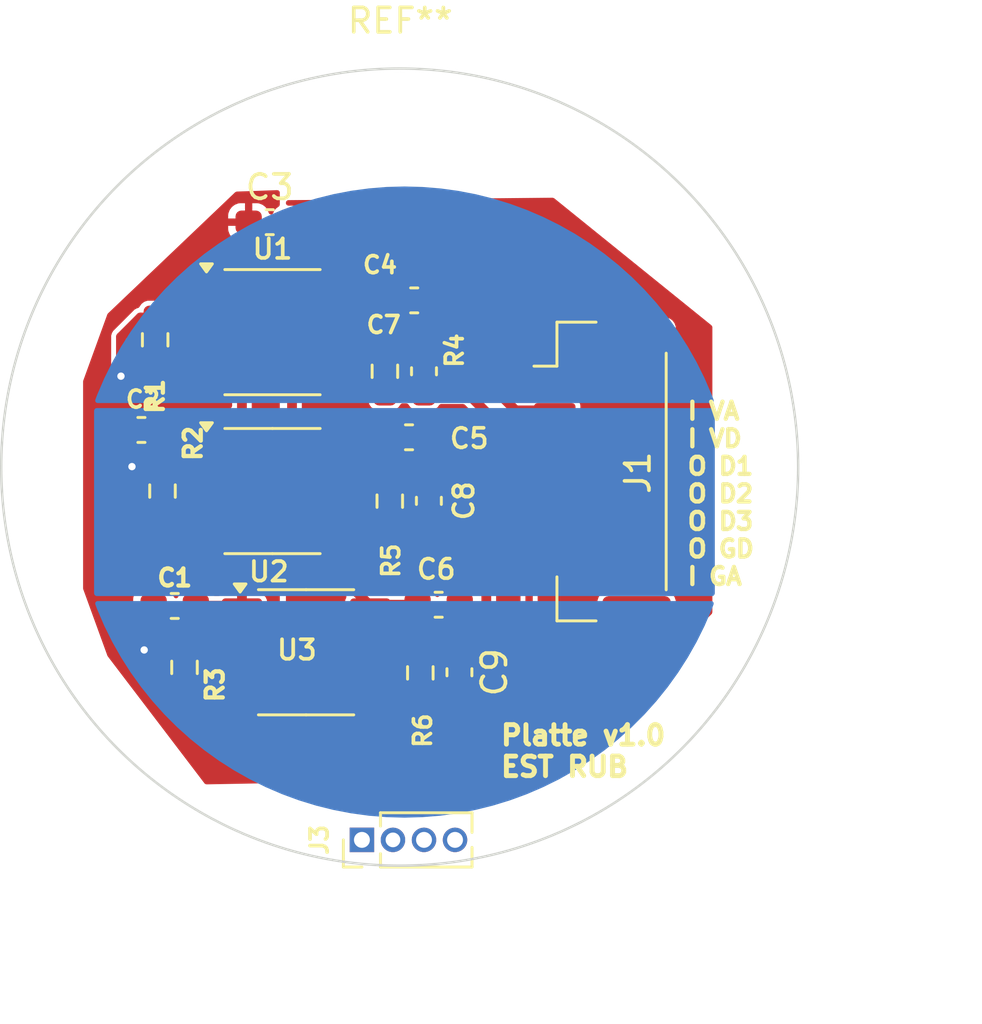
<source format=kicad_pcb>
(kicad_pcb (version 20240108) (generator "pcbnew") (generator_version "8.0")
  (layers (0 "F.Cu" signal) (31 "B.Cu" signal) (34 "B.Paste" user) (35 "F.Paste" user) (36 "B.SilkS" user "B.Silkscreen") (37 "F.SilkS" user "F.Silkscreen") (38 "B.Mask" user) (39 "F.Mask" user) (44 "Edge.Cuts" user))
  (net 0 "")
  (net 1 "GNDA")
  (net 2 "GNDD")
  (net 3 "/amp_data1")
  (net 4 "/amp_data2")
  (net 5 "/amp_data3")
  (net 6 "+3.3VA")
  (net 7 "+3.3VD")
  (net 16 "/analog_inp_1")
  (net 17 "/analog_inp_2")
  (net 18 "/analog_inp_3")
  (net 20 "/fil_da1")
  (net 21 "/fil_da2")
  (net 22 "/fil_da3")
  (footprint "Resistor_SMD:R_0603_1608Metric_Pad0.98x0.95mm_HandSolder" (layer "F.Cu") (at 89.4 76.7125 90)
    (property "Reference" "R3" (at -0.7125 1.25 90) (layer "F.SilkS") (effects (font (size 0.7 0.7) (thickness 0.175) (bold yes))))
    (property "Value" "12.5")
    (fp_line (start -0.254724 -0.5225) (end 0.254724 -0.5225) (stroke (width 0.12)) (layer "F.SilkS"))
    (fp_line (start -0.254724 0.5225) (end 0.254724 0.5225) (stroke (width 0.12)) (layer "F.SilkS"))
    (pad "1" smd roundrect (at -0.9125 0 90) (size 0.975 0.95) (layers "F.Cu" "F.Paste" "F.Mask") (net 1 "GNDA"))
    (pad "2" smd roundrect (at 0.9125 0 90) (size 0.975 0.95) (layers "F.Cu" "F.Paste" "F.Mask") (net 18 "/analog_inp_3"))
  )
  (footprint "Capacitor_SMD:C_0603_1608Metric_Pad1.08x0.95mm_HandSolder" (layer "F.Cu") (at 99.4 69.9 -90)
    (property "Reference" "C8" (at 0 -1.43 90) (layer "F.SilkS") (effects (font (size 0.8 0.8))))
    (property "Value" "10n")
    (fp_line (start -0.146267 0.51) (end 0.146267 0.51) (stroke (width 0.12)) (layer "F.SilkS"))
    (fp_line (start -0.146267 -0.51) (end 0.146267 -0.51) (stroke (width 0.12)) (layer "F.SilkS"))
    (pad "1" smd roundrect (at -0.8625 0 270) (size 1.075 0.95) (layers "F.Cu" "F.Paste" "F.Mask") (net 21 "/fil_da2"))
    (pad "2" smd roundrect (at 0.8625 0 270) (size 1.075 0.95) (layers "F.Cu" "F.Paste" "F.Mask") (net 2 "GNDD"))
  )
  (footprint "Capacitor_SMD:C_0603_1608Metric_Pad1.08x0.95mm_HandSolder" (layer "F.Cu") (at 100.65 76.9125 -90)
    (property "Reference" "C9" (at 0 -1.43 90) (layer "F.SilkS"))
    (property "Value" "10n")
    (fp_line (start -0.146267 0.51) (end 0.146267 0.51) (stroke (width 0.12)) (layer "F.SilkS"))
    (fp_line (start -0.146267 -0.51) (end 0.146267 -0.51) (stroke (width 0.12)) (layer "F.SilkS"))
    (pad "1" smd roundrect (at -0.8625 0 270) (size 1.075 0.95) (layers "F.Cu" "F.Paste" "F.Mask") (net 22 "/fil_da3"))
    (pad "2" smd roundrect (at 0.8625 0 270) (size 1.075 0.95) (layers "F.Cu" "F.Paste" "F.Mask") (net 2 "GNDD"))
  )
  (footprint "Capacitor_SMD:C_0603_1608Metric_Pad1.08x0.95mm_HandSolder" (layer "F.Cu") (at 99.2 64.6 90)
    (property "Reference" "C7" (at 1.9 -1.65 180) (layer "F.SilkS") (effects (font (size 0.7 0.7))))
    (property "Value" "10n")
    (fp_line (start -0.146267 -0.51) (end 0.146267 -0.51) (stroke (width 0.12)) (layer "F.SilkS"))
    (fp_line (start -0.146267 0.51) (end 0.146267 0.51) (stroke (width 0.12)) (layer "F.SilkS"))
    (pad "1" smd roundrect (at -0.8625 0 90) (size 1.075 0.95) (layers "F.Cu" "F.Paste" "F.Mask") (net 20 "/fil_da1"))
    (pad "2" smd roundrect (at 0.8625 0 90) (size 1.075 0.95) (layers "F.Cu" "F.Paste" "F.Mask") (net 2 "GNDD"))
  )
  (footprint "Resistor_SMD:R_0603_1608Metric_Pad0.98x0.95mm_HandSolder" (layer "F.Cu") (at 88.5 69.5 90)
    (property "Reference" "R2" (at 1.95 1.25 90) (layer "F.SilkS") (effects (font (size 0.7 0.7) (thickness 0.175) (bold yes))))
    (property "Value" "12.5")
    (fp_line (start -0.254724 -0.5225) (end 0.254724 -0.5225) (stroke (width 0.12)) (layer "F.SilkS"))
    (fp_line (start -0.254724 0.5225) (end 0.254724 0.5225) (stroke (width 0.12)) (layer "F.SilkS"))
    (pad "1" smd roundrect (at -0.9125 0 90) (size 0.975 0.95) (layers "F.Cu" "F.Paste" "F.Mask") (net 1 "GNDA"))
    (pad "2" smd roundrect (at 0.9125 0 90) (size 0.975 0.95) (layers "F.Cu" "F.Paste" "F.Mask") (net 17 "/analog_inp_2"))
  )
  (footprint "Package_SO:SOP-8_3.9x4.9mm_P1.27mm" (layer "F.Cu") (at 94.375 76.095)
    (property "Reference" "U3" (at -0.375 -0.095 0) (layer "F.SilkS") (effects (font (size 0.8 0.8))))
    (property "Value" "~")
    (fp_line (start 0 -2.56) (end -1.95 -2.56) (stroke (width 0.12)) (layer "F.SilkS"))
    (fp_line (start 0 -2.56) (end 1.95 -2.56) (stroke (width 0.12)) (layer "F.SilkS"))
    (fp_line (start 0 2.56) (end -1.95 2.56) (stroke (width 0.12)) (layer "F.SilkS"))
    (fp_line (start 0 2.56) (end 1.95 2.56) (stroke (width 0.12)) (layer "F.SilkS"))
    (fp_poly (pts (xy -2.7 -2.465) (xy -2.94 -2.795) (xy -2.46 -2.795) (xy -2.7 -2.465)) (stroke (width 0.12)) (fill solid) (layer "F.SilkS"))
    (pad "1" smd roundrect (at -2.625 -1.905) (size 1.65 0.6) (layers "F.Cu" "F.Paste" "F.Mask") (net 6 "+3.3VA"))
    (pad "2" smd roundrect (at -2.625 -0.635) (size 1.65 0.6) (layers "F.Cu" "F.Paste" "F.Mask") (net 18 "/analog_inp_3"))
    (pad "3" smd roundrect (at -2.625 0.635) (size 1.65 0.6) (layers "F.Cu" "F.Paste" "F.Mask") (net 1 "GNDA"))
    (pad "4" smd roundrect (at -2.625 1.905) (size 1.65 0.6) (layers "F.Cu" "F.Paste" "F.Mask") (net 1 "GNDA"))
    (pad "5" smd roundrect (at 2.625 1.905) (size 1.65 0.6) (layers "F.Cu" "F.Paste" "F.Mask") (net 2 "GNDD"))
    (pad "6" smd roundrect (at 2.625 0.635) (size 1.65 0.6) (layers "F.Cu" "F.Paste" "F.Mask") (net 5 "/amp_data3"))
    (pad "7" smd roundrect (at 2.625 -0.635) (size 1.65 0.6) (layers "F.Cu" "F.Paste" "F.Mask"))
    (pad "8" smd roundrect (at 2.625 -1.905) (size 1.65 0.6) (layers "F.Cu" "F.Paste" "F.Mask") (net 7 "+3.3VD"))
  )
  (footprint "Connector_JST:JST_GH_BM07B-GHS-TBT_1x07-1MP_P1.25mm_Vertical" (layer "F.Cu") (at 106.5 68.7 -90)
    (property "Reference" "J1" (at 0.05 -1.45 90) (layer "F.SilkS"))
    (property "Value" "Conn_01x07_MountingPin")
    (fp_line (start -6.11 1.86) (end -4.31 1.86) (stroke (width 0.12)) (layer "F.SilkS"))
    (fp_line (start -4.31 1.86) (end -4.31 2.8) (stroke (width 0.12)) (layer "F.SilkS"))
    (fp_line (start 6.11 1.86) (end 4.31 1.86) (stroke (width 0.12)) (layer "F.SilkS"))
    (fp_line (start -6.11 0.26) (end -6.11 1.86) (stroke (width 0.12)) (layer "F.SilkS"))
    (fp_line (start 6.11 0.26) (end 6.11 1.86) (stroke (width 0.12)) (layer "F.SilkS"))
    (fp_line (start -4.84 -2.61) (end 4.84 -2.61) (stroke (width 0.12)) (layer "F.SilkS"))
    (pad "1" smd roundrect (at -3.75 1.95 270) (size 0.6 1.7) (layers "F.Cu" "F.Paste" "F.Mask") (net 6 "+3.3VA"))
    (pad "2" smd roundrect (at -2.5 1.95 270) (size 0.6 1.7) (layers "F.Cu" "F.Paste" "F.Mask") (net 7 "+3.3VD"))
    (pad "3" smd roundrect (at -1.25 1.95 270) (size 0.6 1.7) (layers "F.Cu" "F.Paste" "F.Mask") (net 20 "/fil_da1"))
    (pad "4" smd roundrect (at 0 1.95 270) (size 0.6 1.7) (layers "F.Cu" "F.Paste" "F.Mask") (net 21 "/fil_da2"))
    (pad "5" smd roundrect (at 1.25 1.95 270) (size 0.6 1.7) (layers "F.Cu" "F.Paste" "F.Mask") (net 22 "/fil_da3"))
    (pad "6" smd roundrect (at 2.5 1.95 270) (size 0.6 1.7) (layers "F.Cu" "F.Paste" "F.Mask") (net 2 "GNDD"))
    (pad "7" smd roundrect (at 3.75 1.95 270) (size 0.6 1.7) (layers "F.Cu" "F.Paste" "F.Mask") (net 1 "GNDA"))
    (pad "MP" smd roundrect (at -5.6 -1.4 270) (size 1 2.8) (layers "F.Cu" "F.Paste" "F.Mask"))
    (pad "MP" smd roundrect (at 5.6 -1.4 270) (size 1 2.8) (layers "F.Cu" "F.Paste" "F.Mask"))
  )
  (footprint "Capacitor_SMD:C_0603_1608Metric_Pad1.08x0.95mm_HandSolder" (layer "F.Cu") (at 92.8875 58.5)
    (property "Reference" "C3" (at 0 -1.43 0) (layer "F.SilkS"))
    (property "Value" "0.1uF")
    (fp_line (start -0.146267 -0.51) (end 0.146267 -0.51) (stroke (width 0.12)) (layer "F.SilkS"))
    (fp_line (start -0.146267 0.51) (end 0.146267 0.51) (stroke (width 0.12)) (layer "F.SilkS"))
    (pad "1" smd roundrect (at -0.8625 0) (size 1.075 0.95) (layers "F.Cu" "F.Paste" "F.Mask") (net 1 "GNDA"))
    (pad "2" smd roundrect (at 0.8625 0) (size 1.075 0.95) (layers "F.Cu" "F.Paste" "F.Mask") (net 6 "+3.3VA"))
  )
  (footprint "Package_SO:SOP-8_3.9x4.9mm_P1.27mm" (layer "F.Cu") (at 93 69.5)
    (property "Reference" "U2" (at -0.15 3.3 0) (layer "F.SilkS") (effects (font (size 0.8 0.8))))
    (property "Value" "~")
    (fp_line (start 0 -2.56) (end -1.95 -2.56) (stroke (width 0.12)) (layer "F.SilkS"))
    (fp_line (start 0 -2.56) (end 1.95 -2.56) (stroke (width 0.12)) (layer "F.SilkS"))
    (fp_line (start 0 2.56) (end -1.95 2.56) (stroke (width 0.12)) (layer "F.SilkS"))
    (fp_line (start 0 2.56) (end 1.95 2.56) (stroke (width 0.12)) (layer "F.SilkS"))
    (fp_poly (pts (xy -2.7 -2.465) (xy -2.94 -2.795) (xy -2.46 -2.795) (xy -2.7 -2.465)) (stroke (width 0.12)) (fill solid) (layer "F.SilkS"))
    (pad "1" smd roundrect (at -2.625 -1.905) (size 1.65 0.6) (layers "F.Cu" "F.Paste" "F.Mask") (net 6 "+3.3VA"))
    (pad "2" smd roundrect (at -2.625 -0.635) (size 1.65 0.6) (layers "F.Cu" "F.Paste" "F.Mask") (net 17 "/analog_inp_2"))
    (pad "3" smd roundrect (at -2.625 0.635) (size 1.65 0.6) (layers "F.Cu" "F.Paste" "F.Mask") (net 1 "GNDA"))
    (pad "4" smd roundrect (at -2.625 1.905) (size 1.65 0.6) (layers "F.Cu" "F.Paste" "F.Mask") (net 1 "GNDA"))
    (pad "5" smd roundrect (at 2.625 1.905) (size 1.65 0.6) (layers "F.Cu" "F.Paste" "F.Mask") (net 2 "GNDD"))
    (pad "6" smd roundrect (at 2.625 0.635) (size 1.65 0.6) (layers "F.Cu" "F.Paste" "F.Mask") (net 4 "/amp_data2"))
    (pad "7" smd roundrect (at 2.625 -0.635) (size 1.65 0.6) (layers "F.Cu" "F.Paste" "F.Mask"))
    (pad "8" smd roundrect (at 2.625 -1.905) (size 1.65 0.6) (layers "F.Cu" "F.Paste" "F.Mask") (net 7 "+3.3VD"))
  )
  (footprint "Connector_PinHeader_1.27mm:PinHeader_1x04_P1.27mm_Vertical" (layer "F.Cu") (at 96.66 83.77 90)
    (property "Reference" "J3" (at 0 -1.74 90) (layer "F.SilkS") (effects (font (size 0.7 0.7))))
    (property "Value" "Conn_01x04_Socket")
    (fp_line (start -1.11 -0.76) (end 0 -0.76) (stroke (width 0.12)) (layer "F.SilkS"))
    (fp_line (start -1.11 0) (end -1.11 -0.76) (stroke (width 0.12)) (layer "F.SilkS"))
    (fp_line (start 1.11 0.76) (end 1.11 4.505) (stroke (width 0.12)) (layer "F.SilkS"))
    (fp_line (start 0.563471 0.76) (end 1.11 0.76) (stroke (width 0.12)) (layer "F.SilkS"))
    (fp_line (start -1.11 0.76) (end -0.563471 0.76) (stroke (width 0.12)) (layer "F.SilkS"))
    (fp_line (start -1.11 0.76) (end -1.11 4.505) (stroke (width 0.12)) (layer "F.SilkS"))
    (fp_line (start 0.30753 4.505) (end 1.11 4.505) (stroke (width 0.12)) (layer "F.SilkS"))
    (fp_line (start -1.11 4.505) (end -0.30753 4.505) (stroke (width 0.12)) (layer "F.SilkS"))
    (pad "1" thru_hole rect (at 0 0 90) (size 1 1) (drill 0.65) (layers "*.Cu" "*.Mask"))
    (pad "2" thru_hole oval (at 0 1.27 90) (size 1 1) (drill 0.6) (layers "*.Cu" "*.Mask"))
    (pad "3" thru_hole oval (at 0 2.54 90) (size 1 1) (drill 0.65) (layers "*.Cu" "*.Mask"))
    (pad "4" thru_hole oval (at 0 3.81 90) (size 1 1) (drill 0.65) (layers "*.Cu" "*.Mask"))
  )
  (footprint "Capacitor_SMD:C_0603_1608Metric_Pad1.08x0.95mm_HandSolder" (layer "F.Cu") (at 99.8 74.15 180)
    (property "Reference" "C6" (at 0.1 1.45 0) (layer "F.SilkS") (effects (font (size 0.8 0.8))))
    (property "Value" "0.1uF")
    (fp_line (start -0.146267 0.51) (end 0.146267 0.51) (stroke (width 0.12)) (layer "F.SilkS"))
    (fp_line (start -0.146267 -0.51) (end 0.146267 -0.51) (stroke (width 0.12)) (layer "F.SilkS"))
    (pad "1" smd roundrect (at -0.8625 0 180) (size 1.075 0.95) (layers "F.Cu" "F.Paste" "F.Mask") (net 2 "GNDD"))
    (pad "2" smd roundrect (at 0.8625 0 180) (size 1.075 0.95) (layers "F.Cu" "F.Paste" "F.Mask") (net 7 "+3.3VD"))
  )
  (footprint "MountingHole:MountingHole_3mm" (layer "F.Cu") (at 98.23 54.26)
    (property "Reference" "REF**" (at 0 -4 0) (layer "F.SilkS"))
    (property "Value" "MountingHole_3mm")
    (pad "" np_thru_hole circle (at 0 0) (size 3 3) (drill 3) (layers "*.Cu" "*.Mask"))
  )
  (footprint "Capacitor_SMD:C_0603_1608Metric_Pad1.08x0.95mm_HandSolder" (layer "F.Cu") (at 98.5875 67.3 180)
    (property "Reference" "C5" (at -2.4625 -0.05 0) (layer "F.SilkS") (effects (font (size 0.8 0.8))))
    (property "Value" "0.1uF")
    (fp_line (start -0.146267 0.51) (end 0.146267 0.51) (stroke (width 0.12)) (layer "F.SilkS"))
    (fp_line (start -0.146267 -0.51) (end 0.146267 -0.51) (stroke (width 0.12)) (layer "F.SilkS"))
    (pad "1" smd roundrect (at -0.8625 0 180) (size 1.075 0.95) (layers "F.Cu" "F.Paste" "F.Mask") (net 2 "GNDD"))
    (pad "2" smd roundrect (at 0.8625 0 180) (size 1.075 0.95) (layers "F.Cu" "F.Paste" "F.Mask") (net 7 "+3.3VD"))
  )
  (footprint "Package_SO:SOP-8_3.9x4.9mm_P1.27mm" (layer "F.Cu") (at 93 63)
    (property "Reference" "U1" (at 0 -3.4 0) (layer "F.SilkS") (effects (font (size 0.8 0.8))))
    (property "Value" "~")
    (fp_line (start 0 -2.56) (end -1.95 -2.56) (stroke (width 0.12)) (layer "F.SilkS"))
    (fp_line (start 0 -2.56) (end 1.95 -2.56) (stroke (width 0.12)) (layer "F.SilkS"))
    (fp_line (start 0 2.56) (end -1.95 2.56) (stroke (width 0.12)) (layer "F.SilkS"))
    (fp_line (start 0 2.56) (end 1.95 2.56) (stroke (width 0.12)) (layer "F.SilkS"))
    (fp_poly (pts (xy -2.7 -2.465) (xy -2.94 -2.795) (xy -2.46 -2.795) (xy -2.7 -2.465)) (stroke (width 0.12)) (fill solid) (layer "F.SilkS"))
    (pad "1" smd roundrect (at -2.625 -1.905) (size 1.65 0.6) (layers "F.Cu" "F.Paste" "F.Mask") (net 6 "+3.3VA"))
    (pad "2" smd roundrect (at -2.625 -0.635) (size 1.65 0.6) (layers "F.Cu" "F.Paste" "F.Mask") (net 16 "/analog_inp_1"))
    (pad "3" smd roundrect (at -2.625 0.635) (size 1.65 0.6) (layers "F.Cu" "F.Paste" "F.Mask") (net 1 "GNDA"))
    (pad "4" smd roundrect (at -2.625 1.905) (size 1.65 0.6) (layers "F.Cu" "F.Paste" "F.Mask") (net 1 "GNDA"))
    (pad "5" smd roundrect (at 2.625 1.905) (size 1.65 0.6) (layers "F.Cu" "F.Paste" "F.Mask") (net 2 "GNDD"))
    (pad "6" smd roundrect (at 2.625 0.635) (size 1.65 0.6) (layers "F.Cu" "F.Paste" "F.Mask") (net 3 "/amp_data1"))
    (pad "7" smd roundrect (at 2.625 -0.635) (size 1.65 0.6) (layers "F.Cu" "F.Paste" "F.Mask"))
    (pad "8" smd roundrect (at 2.625 -1.905) (size 1.65 0.6) (layers "F.Cu" "F.Paste" "F.Mask") (net 7 "+3.3VD"))
  )
  (footprint "Resistor_SMD:R_0603_1608Metric_Pad0.98x0.95mm_HandSolder" (layer "F.Cu") (at 99.05 76.9375 90)
    (property "Reference" "R6" (at -2.3625 0.1 90) (layer "F.SilkS") (effects (font (size 0.7 0.7))))
    (property "Value" "1k")
    (fp_line (start -0.254724 -0.5225) (end 0.254724 -0.5225) (stroke (width 0.12)) (layer "F.SilkS"))
    (fp_line (start -0.254724 0.5225) (end 0.254724 0.5225) (stroke (width 0.12)) (layer "F.SilkS"))
    (pad "1" smd roundrect (at -0.9125 0 90) (size 0.975 0.95) (layers "F.Cu" "F.Paste" "F.Mask") (net 5 "/amp_data3"))
    (pad "2" smd roundrect (at 0.9125 0 90) (size 0.975 0.95) (layers "F.Cu" "F.Paste" "F.Mask") (net 22 "/fil_da3"))
  )
  (footprint "Resistor_SMD:R_0603_1608Metric_Pad0.98x0.95mm_HandSolder" (layer "F.Cu") (at 97.6 64.6 -90)
    (property "Reference" "R4" (at -0.85 -2.85 90) (layer "F.SilkS") (effects (font (size 0.7 0.7))))
    (property "Value" "1k")
    (fp_line (start -0.254724 0.5225) (end 0.254724 0.5225) (stroke (width 0.12)) (layer "F.SilkS"))
    (fp_line (start -0.254724 -0.5225) (end 0.254724 -0.5225) (stroke (width 0.12)) (layer "F.SilkS"))
    (pad "1" smd roundrect (at -0.9125 0 270) (size 0.975 0.95) (layers "F.Cu" "F.Paste" "F.Mask") (net 3 "/amp_data1"))
    (pad "2" smd roundrect (at 0.9125 0 270) (size 0.975 0.95) (layers "F.Cu" "F.Paste" "F.Mask") (net 20 "/fil_da1"))
  )
  (footprint "Resistor_SMD:R_0603_1608Metric_Pad0.98x0.95mm_HandSolder" (layer "F.Cu") (at 97.8 69.9125 90)
    (property "Reference" "R5" (at -2.4375 0.05 90) (layer "F.SilkS") (effects (font (size 0.7 0.7))))
    (property "Value" "1k")
    (fp_line (start -0.254724 -0.5225) (end 0.254724 -0.5225) (stroke (width 0.12)) (layer "F.SilkS"))
    (fp_line (start -0.254724 0.5225) (end 0.254724 0.5225) (stroke (width 0.12)) (layer "F.SilkS"))
    (pad "1" smd roundrect (at -0.9125 0 90) (size 0.975 0.95) (layers "F.Cu" "F.Paste" "F.Mask") (net 4 "/amp_data2"))
    (pad "2" smd roundrect (at 0.9125 0 90) (size 0.975 0.95) (layers "F.Cu" "F.Paste" "F.Mask") (net 21 "/fil_da2"))
  )
  (footprint "Capacitor_SMD:C_0603_1608Metric_Pad1.08x0.95mm_HandSolder" (layer "F.Cu") (at 98.8 61.7 180)
    (property "Reference" "C4" (at 1.4 1.45 180) (layer "F.SilkS") (effects (font (size 0.7 0.7))))
    (property "Value" "0.1uF")
    (fp_line (start -0.146267 0.51) (end 0.146267 0.51) (stroke (width 0.12)) (layer "F.SilkS"))
    (fp_line (start -0.146267 -0.51) (end 0.146267 -0.51) (stroke (width 0.12)) (layer "F.SilkS"))
    (pad "1" smd roundrect (at -0.8625 0 180) (size 1.075 0.95) (layers "F.Cu" "F.Paste" "F.Mask") (net 2 "GNDD"))
    (pad "2" smd roundrect (at 0.8625 0 180) (size 1.075 0.95) (layers "F.Cu" "F.Paste" "F.Mask") (net 7 "+3.3VD"))
  )
  (footprint "Resistor_SMD:R_0603_1608Metric_Pad0.98x0.95mm_HandSolder" (layer "F.Cu") (at 88.2 63.3125 90)
    (property "Reference" "R1" (at -2.3125 0 90) (layer "F.SilkS") (effects (font (size 0.7 0.7) (thickness 0.175) (bold yes))))
    (property "Value" "12.5")
    (fp_line (start -0.254724 -0.5225) (end 0.254724 -0.5225) (stroke (width 0.12)) (layer "F.SilkS"))
    (fp_line (start -0.254724 0.5225) (end 0.254724 0.5225) (stroke (width 0.12)) (layer "F.SilkS"))
    (pad "1" smd roundrect (at -0.9125 0 90) (size 0.975 0.95) (layers "F.Cu" "F.Paste" "F.Mask") (net 1 "GNDA"))
    (pad "2" smd roundrect (at 0.9125 0 90) (size 0.975 0.95) (layers "F.Cu" "F.Paste" "F.Mask") (net 16 "/analog_inp_1"))
  )
  (footprint "Capacitor_SMD:C_0603_1608Metric_Pad1.08x0.95mm_HandSolder" (layer "F.Cu") (at 87.6375 67)
    (property "Reference" "C2" (at 0.0625 -1.25 0) (layer "F.SilkS") (effects (font (size 0.7 0.7))))
    (property "Value" "0.1uF")
    (fp_line (start -0.146267 -0.51) (end 0.146267 -0.51) (stroke (width 0.12)) (layer "F.SilkS"))
    (fp_line (start -0.146267 0.51) (end 0.146267 0.51) (stroke (width 0.12)) (layer "F.SilkS"))
    (pad "1" smd roundrect (at -0.8625 0) (size 1.075 0.95) (layers "F.Cu" "F.Paste" "F.Mask") (net 1 "GNDA"))
    (pad "2" smd roundrect (at 0.8625 0) (size 1.075 0.95) (layers "F.Cu" "F.Paste" "F.Mask") (net 6 "+3.3VA"))
  )
  (footprint "Capacitor_SMD:C_0603_1608Metric_Pad1.08x0.95mm_HandSolder" (layer "F.Cu") (at 89 74.2)
    (property "Reference" "C1" (at 0 -1.15 0) (layer "F.SilkS") (effects (font (size 0.7 0.7) (thickness 0.175) (bold yes))))
    (property "Value" "0.1uF")
    (fp_line (start -0.146267 -0.51) (end 0.146267 -0.51) (stroke (width 0.12)) (layer "F.SilkS"))
    (fp_line (start -0.146267 0.51) (end 0.146267 0.51) (stroke (width 0.12)) (layer "F.SilkS"))
    (pad "1" smd roundrect (at -0.8625 0) (size 1.075 0.95) (layers "F.Cu" "F.Paste" "F.Mask") (net 1 "GNDA"))
    (pad "2" smd roundrect (at 0.8625 0) (size 1.075 0.95) (layers "F.Cu" "F.Paste" "F.Mask") (net 6 "+3.3VA"))
  )
  (gr_line (start 101.75 74.875) (end 101.75 74.125) (stroke (width 0.2)) (layer "B.Cu") (net 18))
  (gr_circle (center 98.205135 68.52) (end 109.734416 56.990719) (stroke (width 0.1)) (fill none) (layer "Edge.Cuts"))
  (gr_text "I VA\nI VD\nO D1\nO D2\nO D3\nO GD\nI GA" (at 109.9 73.4 0) (layer "F.SilkS") (effects (font (size 0.7 0.7) (thickness 0.175) (bold yes)) (justify left bottom)))
  (gr_text "Platte v1.0\nEST RUB" (at 102.25 81.25 0) (layer "F.SilkS") (effects (font (size 0.8 0.8) (thickness 0.2) (bold yes)) (justify left bottom)))
  (segment (start 89.115 63.635) (end 90.375 63.635) (width 0.4) (layer "F.Cu") (net 1))
  (segment (start 90.375 71.405) (end 90.2575 71.405) (width 0.3) (layer "F.Cu") (net 1))
  (segment (start 102.85 80.4) (end 103.5 79.75) (width 0.3) (layer "F.Cu") (net 1))
  (segment (start 88.525 64.225) (end 89.115 63.635) (width 0.4) (layer "F.Cu") (net 1))
  (segment (start 88.2 64.225) (end 88.525 64.225) (width 0.4) (layer "F.Cu") (net 1))
  (segment (start 92.6 80.4) (end 102.85 80.4) (width 0.3) (layer "F.Cu") (net 1))
  (segment (start 91.75 76.73) (end 90.295 76.73) (width 0.4) (layer "F.Cu") (net 1))
  (segment (start 103.5 79.75) (end 103.5 73.5) (width 0.3) (layer "F.Cu") (net 1))
  (segment (start 88.7775 70.135) (end 88.5 70.4125) (width 0.4) (layer "F.Cu") (net 1))
  (segment (start 91.75 78) (end 91.75 76.73) (width 0.4) (layer "F.Cu") (net 1))
  (segment (start 90.295 76.73) (end 89.4 77.625) (width 0.4) (layer "F.Cu") (net 1))
  (segment (start 90.375 70.135) (end 88.7775 70.135) (width 0.4) (layer "F.Cu") (net 1))
  (segment (start 92.3 80.1) (end 92.6 80.4) (width 0.3) (layer "F.Cu") (net 1))
  (segment (start 104.55 72.45) (end 104.45 72.35) (width 0.3) (layer "F.Cu") (net 1))
  (segment (start 103.5 73.5) (end 104.55 72.45) (width 0.3) (layer "F.Cu") (net 1))
  (segment (start 96.733738 78) (end 97 78) (width 0.3) (layer "F.Cu") (net 2))
  (segment (start 97 78) (end 97.75 78) (width 0.3) (layer "F.Cu") (net 2))
  (segment (start 95.625 63.635) (end 97.5475 63.635) (width 0.4) (layer "F.Cu") (net 3))
  (segment (start 97.5475 63.635) (end 97.6 63.6875) (width 0.4) (layer "F.Cu") (net 3))
  (segment (start 97.11 70.135) (end 95.625 70.135) (width 0.4) (layer "F.Cu") (net 4))
  (segment (start 97.8 70.825) (end 97.11 70.135) (width 0.4) (layer "F.Cu") (net 4))
  (segment (start 99.05 77.85) (end 97.93 76.73) (width 0.4) (layer "F.Cu") (net 5))
  (segment (start 97.93 76.73) (end 97 76.73) (width 0.4) (layer "F.Cu") (net 5))
  (segment (start 89.8725 74.19) (end 89.8625 74.2) (width 0.3) (layer "F.Cu") (net 6))
  (segment (start 89.78 67) (end 90.375 67.595) (width 0.4) (layer "F.Cu") (net 6))
  (segment (start 104.55 64.95) (end 103.45 64.95) (width 0.4) (layer "F.Cu") (net 6))
  (segment (start 91.97 59.5) (end 94.75 59.5) (width 0.4) (layer "F.Cu") (net 6))
  (segment (start 91.75 74.19) (end 89.8725 74.19) (width 0.4) (layer "F.Cu") (net 6))
  (segment (start 103.45 64.95) (end 102.75 64.25) (width 0.4) (layer "F.Cu") (net 6))
  (segment (start 90.375 67.595) (end 91.67 66.3) (width 0.4) (layer "F.Cu") (net 6))
  (segment (start 101.3 59.5) (end 94.75 59.5) (width 0.4) (layer "F.Cu") (net 6))
  (segment (start 91.67 66.3) (end 91.75 66.3) (width 0.4) (layer "F.Cu") (net 6))
  (segment (start 93.75 58.5) (end 94.75 59.5) (width 0.4) (layer "F.Cu") (net 6))
  (segment (start 90.375 61.095) (end 91.97 59.5) (width 0.4) (layer "F.Cu") (net 6))
  (segment (start 102.75 64.25) (end 102.75 60.95) (width 0.4) (layer "F.Cu") (net 6))
  (segment (start 91.75 74.19) (end 91.75 62) (width 0.4) (layer "F.Cu") (net 6))
  (segment (start 90.845 61.095) (end 90.375 61.095) (width 0.3) (layer "F.Cu") (net 6))
  (segment (start 88.5 67) (end 89.78 67) (width 0.4) (layer "F.Cu") (net 6))
  (segment (start 102.75 60.95) (end 101.3 59.5) (width 0.4) (layer "F.Cu") (net 6))
  (segment (start 91.75 62) (end 90.845 61.095) (width 0.4) (layer "F.Cu") (net 6))
  (segment (start 97.3325 61.095) (end 97.9375 61.7) (width 0.4) (layer "F.Cu") (net 7))
  (segment (start 101.2 61.1) (end 101.2 64.45) (width 0.4) (layer "F.Cu") (net 7))
  (segment (start 97 74.19) (end 96.01 73.2) (width 0.4) (layer "F.Cu") (net 7))
  (segment (start 93.8 66.8) (end 93.8 61.7) (width 0.4) (layer "F.Cu") (net 7))
  (segment (start 97.9375 61.7) (end 97.9375 61.0625) (width 0.4) (layer "F.Cu") (net 7))
  (segment (start 101.2 64.45) (end 102.9 66.15) (width 0.4) (layer "F.Cu") (net 7))
  (segment (start 94.1 73.2) (end 93.8 72.9) (width 0.4) (layer "F.Cu") (net 7))
  (segment (start 95.625 67.595) (end 94.595 67.595) (width 0.4) (layer "F.Cu") (net 7))
  (segment (start 98.3 60.7) (end 100.8 60.7) (width 0.4) (layer "F.Cu") (net 7))
  (segment (start 100.8 60.7) (end 101.2 61.1) (width 0.4) (layer "F.Cu") (net 7))
  (segment (start 93.8 72.9) (end 93.8 66.8) (width 0.4) (layer "F.Cu") (net 7))
  (segment (start 98.9375 74.15) (end 97.04 74.15) (width 0.4) (layer "F.Cu") (net 7))
  (segment (start 94.595 67.595) (end 93.8 66.8) (width 0.4) (layer "F.Cu") (net 7))
  (segment (start 95.625 61.095) (end 97.3325 61.095) (width 0.4) (layer "F.Cu") (net 7))
  (segment (start 94.405 61.095) (end 95.625 61.095) (width 0.4) (layer "F.Cu") (net 7))
  (segment (start 93.8 61.7) (end 94.405 61.095) (width 0.4) (layer "F.Cu") (net 7))
  (segment (start 97.9375 61.0625) (end 98.3 60.7) (width 0.4) (layer "F.Cu") (net 7))
  (segment (start 104.55 66.2) (end 102.95 66.2) (width 0.4) (layer "F.Cu") (net 7))
  (segment (start 96.01 73.2) (end 94.1 73.2) (width 0.4) (layer "F.Cu") (net 7))
  (segment (start 95.63 67.6) (end 95.625 67.595) (width 0.4) (layer "F.Cu") (net 7))
  (segment (start 97.725 67.3) (end 97.425 67.6) (width 0.4) (layer "F.Cu") (net 7))
  (segment (start 97.04 74.15) (end 97 74.19) (width 0.4) (layer "F.Cu") (net 7))
  (segment (start 97.425 67.6) (end 95.63 67.6) (width 0.4) (layer "F.Cu") (net 7))
  (segment (start 88.235 62.365) (end 88.2 62.4) (width 0.4) (layer "F.Cu") (net 16))
  (segment (start 86.8 63.2) (end 86.8 64.8) (width 0.4) (layer "F.Cu") (net 16))
  (segment (start 88.2 62.4) (end 87.6 62.4) (width 0.4) (layer "F.Cu") (net 16))
  (segment (start 90.375 62.365) (end 88.235 62.365) (width 0.4) (layer "F.Cu") (net 16))
  (segment (start 87.6 62.4) (end 86.8 63.2) (width 0.4) (layer "F.Cu") (net 16))
  (via (at 86.8 64.8) (size 0.6) (drill 0.3) (layers "F.Cu" "B.Cu") (net 16))
  (segment (start 90.375 68.865) (end 88.7775 68.865) (width 0.4) (layer "F.Cu") (net 17))
  (segment (start 88.7775 68.865) (end 88.5 68.5875) (width 0.4) (layer "F.Cu") (net 17))
  (segment (start 87.25 68.5) (end 87.3375 68.5875) (width 0.4) (layer "F.Cu") (net 17))
  (segment (start 87.3375 68.5875) (end 88.5 68.5875) (width 0.4) (layer "F.Cu") (net 17))
  (segment (start 90.26 68.75) (end 90.375 68.865) (width 0.3) (layer "F.Cu") (net 17))
  (via (at 87.25 68.5) (size 0.6) (drill 0.3) (layers "F.Cu" "B.Cu") (net 17))
  (segment (start 89.2 76) (end 89.4 75.8) (width 0.4) (layer "F.Cu") (net 18))
  (segment (start 91.75 75.46) (end 89.74 75.46) (width 0.4) (layer "F.Cu") (net 18))
  (segment (start 89.74 75.46) (end 89.4 75.8) (width 0.4) (layer "F.Cu") (net 18))
  (segment (start 87.75 76) (end 89.2 76) (width 0.4) (layer "F.Cu") (net 18))
  (via (at 87.75 76) (size 0.6) (drill 0.3) (layers "F.Cu" "B.Cu") (net 18))
  (segment (start 104.55 67.45) (end 102.922182 67.45) (width 0.4) (layer "F.Cu") (net 20))
  (segment (start 97.6 65.5125) (end 99.175 65.5125) (width 0.4) (layer "F.Cu") (net 20))
  (segment (start 102.872182 67.4) (end 101.009682 65.5375) (width 0.4) (layer "F.Cu") (net 20))
  (segment (start 101.009682 65.5375) (end 99.2 65.5375) (width 0.4) (layer "F.Cu") (net 20))
  (segment (start 99.175 65.5125) (end 99.2 65.5375) (width 0.4) (layer "F.Cu") (net 20))
  (segment (start 99.4625 69) (end 97.8 69) (width 0.4) (layer "F.Cu") (net 21))
  (segment (start 99.7625 68.7) (end 99.4625 69) (width 0.4) (layer "F.Cu") (net 21))
  (segment (start 104.55 68.7) (end 99.7625 68.7) (width 0.4) (layer "F.Cu") (net 21))
  (segment (start 100.65 76.05) (end 101.75 74.95) (width 0.4) (layer "F.Cu") (net 22))
  (segment (start 101.75 70.75) (end 102.55 69.95) (width 0.4) (layer "F.Cu") (net 22))
  (segment (start 100.65 76.05) (end 99.075 76.05) (width 0.4) (layer "F.Cu") (net 22))
  (segment (start 102.55 69.95) (end 104.55 69.95) (width 0.4) (layer "F.Cu") (net 22))
  (segment (start 99.075 76.05) (end 99.05 76.025) (width 0.4) (layer "F.Cu") (net 22))
  (segment (start 101.75 74.95) (end 101.75 70.75) (width 0.4) (layer "F.Cu") (net 22))
  (zone (net 2) (net_name "GNDD") (layer "F.Cu") (priority 2) (connect_pads (clearance 0.2)) (min_thickness 0.2) (fill yes (thermal_gap 0.3) (thermal_bridge_width 0.3))
    (polygon (pts (xy 93.55 57.6) (xy 93.55 81.85) (xy 103.75 81.75) (xy 111 74.5) (xy 111 62.75) (xy 104.5 57.5)))
  )
  (zone (net 1) (net_name "GNDA") (layer "F.Cu") (priority 1) (connect_pads (clearance 0.2)) (min_thickness 0.2) (fill yes (thermal_gap 0.3) (thermal_bridge_width 0.3))
    (polygon (pts (xy 93.3 81.442453) (xy 90.25 81.5) (xy 86.25 76.25) (xy 85.25 73.5) (xy 85.25 65) (xy 86.25 62.25) (xy 91.5 57.25) (xy 93.3 57.185714)))
  )
  (zone (net 18) (net_name "/analog_inp_3") (layer "B.Cu") (priority 4) (connect_pads (clearance 0.2)) (min_thickness 0.2) (fill yes (thermal_gap 0.5) (thermal_bridge_width 0.5))
    (polygon (pts (arc (start 85.7 74) (mid 98.4 82.857838) (end 111.1 74))))
  )
  (zone (net 16) (net_name "/analog_inp_1") (layer "B.Cu") (priority 4) (connect_pads (clearance 0.2)) (min_thickness 0.2) (fill yes (thermal_gap 0.5) (thermal_bridge_width 0.5))
    (polygon (pts (arc (start 111.1 65.9) (mid 98.4 57.042162) (end 85.7 65.9))))
  )
  (zone (net 17) (net_name "/analog_inp_2") (layer "B.Cu") (connect_pads (clearance 0.2)) (min_thickness 0.2) (fill yes (thermal_gap 0.5) (thermal_bridge_width 0.5) (smoothing fillet) (radius 0.1))
    (polygon (pts (xy 85.7 73.8) (xy 85.7 66.1) (xy 111.1 66.1) (xy 111.1 73.8)))
  )
)
</source>
